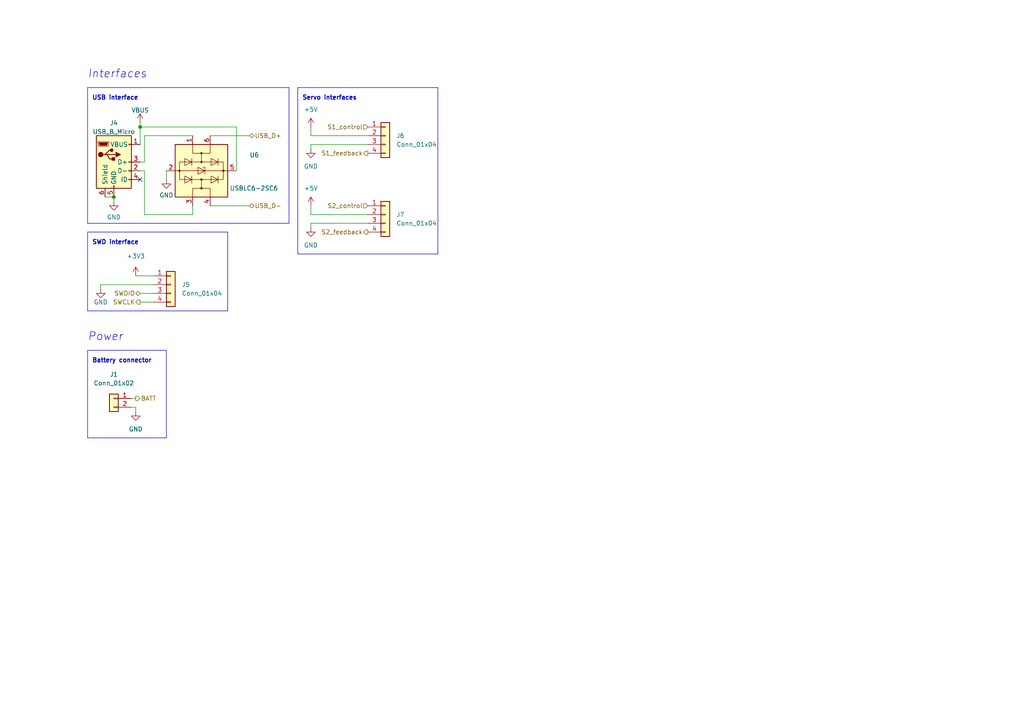
<source format=kicad_sch>
(kicad_sch (version 20230121) (generator eeschema)
  (paper "A4")
  (lib_symbols
    (symbol "Connector:USB_B_Micro" (pin_names (offset 1.016))
      (property "Reference" "J" (at -5.08 11.43 0))
      (property "Value" "USB_B_Micro" (at -5.08 8.89 0))
      (symbol "USB_B_Micro_0_1"
        (rectangle (start -5.08 -7.62) (end 5.08 7.62) (stroke (width 0.254)) (fill (type background)))
        (circle (center -3.81 2.159) (radius 0.635) (stroke (width 0.254)) (fill (type outline)))
        (circle (center -0.635 3.429) (radius 0.381) (stroke (width 0.254)) (fill (type outline)))
        (rectangle (start -0.127 -7.62) (end 0.127 -6.858))
        (polyline (pts (xy -1.905 2.159) (xy 0.635 2.159)) (stroke (width 0.254)))
        (polyline (pts (xy -3.175 2.159) (xy -2.54 2.159) (xy -1.27 3.429) (xy -0.635 3.429)) (stroke (width 0.254)))
        (polyline (pts (xy -2.54 2.159) (xy -1.905 2.159) (xy -1.27 0.889) (xy 0 0.889)) (stroke (width 0.254)))
        (polyline (pts (xy 0.635 2.794) (xy 0.635 1.524) (xy 1.905 2.159) (xy 0.635 2.794)) (stroke (width 0.254)) (fill (type outline)))
        (polyline (pts (xy -4.318 5.588) (xy -1.778 5.588) (xy -2.032 4.826) (xy -4.064 4.826) (xy -4.318 5.588)) (fill (type outline)))
        (polyline (pts (xy -4.699 5.842) (xy -4.699 5.588) (xy -4.445 4.826) (xy -4.445 4.572) (xy -1.651 4.572) (xy -1.651 4.826) (xy -1.397 5.588) (xy -1.397 5.842) (xy -4.699 5.842)))
        (rectangle (start 0.254 1.27) (end -0.508 0.508) (stroke (width 0.254)) (fill (type outline)))
        (rectangle (start 5.08 -5.207) (end 4.318 -4.953))
        (rectangle (start 5.08 -2.667) (end 4.318 -2.413))
        (rectangle (start 5.08 -0.127) (end 4.318 0.127))
        (rectangle (start 5.08 4.953) (end 4.318 5.207))
      )
      (symbol "USB_B_Micro_1_1"
        (pin power_out line (at 7.62 5.08 180) (length 2.54) (name "VBUS") (number "1"))
        (pin bidirectional line (at 7.62 -2.54 180) (length 2.54) (name "D-") (number "2"))
        (pin bidirectional line (at 7.62 0 180) (length 2.54) (name "D+") (number "3"))
        (pin passive line (at 7.62 -5.08 180) (length 2.54) (name "ID") (number "4"))
        (pin power_out line (at 0 -10.16 90) (length 2.54) (name "GND") (number "5"))
        (pin passive line (at -2.54 -10.16 90) (length 2.54) (name "Shield") (number "6"))
      )
    )
    (symbol "Connector_Generic:Conn_01x02" (pin_names (offset 1.016) hide)
      (property "Reference" "J" (at 0 2.54 0))
      (property "Value" "Conn_01x02" (at 0 -5.08 0))
      (symbol "Conn_01x02_1_1"
        (rectangle (start -1.27 -2.413) (end 0 -2.667) (stroke (width 0.1524)))
        (rectangle (start -1.27 0.127) (end 0 -0.127) (stroke (width 0.1524)))
        (rectangle (start -1.27 1.27) (end 1.27 -3.81) (stroke (width 0.254)) (fill (type background)))
        (pin passive line (at -5.08 0 0) (length 3.81) (name "Pin_1") (number "1"))
        (pin passive line (at -5.08 -2.54 0) (length 3.81) (name "Pin_2") (number "2"))
      )
    )
    (symbol "Connector_Generic:Conn_01x04" (pin_names (offset 1.016) hide)
      (property "Reference" "J" (at 0 5.08 0))
      (property "Value" "Conn_01x04" (at 0 -7.62 0))
      (symbol "Conn_01x04_1_1"
        (rectangle (start -1.27 -4.953) (end 0 -5.207) (stroke (width 0.1524)))
        (rectangle (start -1.27 -2.413) (end 0 -2.667) (stroke (width 0.1524)))
        (rectangle (start -1.27 0.127) (end 0 -0.127) (stroke (width 0.1524)))
        (rectangle (start -1.27 2.667) (end 0 2.413) (stroke (width 0.1524)))
        (rectangle (start -1.27 3.81) (end 1.27 -6.35) (stroke (width 0.254)) (fill (type background)))
        (pin passive line (at -5.08 2.54 0) (length 3.81) (name "Pin_1") (number "1"))
        (pin passive line (at -5.08 0 0) (length 3.81) (name "Pin_2") (number "2"))
        (pin passive line (at -5.08 -2.54 0) (length 3.81) (name "Pin_3") (number "3"))
        (pin passive line (at -5.08 -5.08 0) (length 3.81) (name "Pin_4") (number "4"))
      )
    )
    (symbol "Power_Protection:USBLC6-2SC6" (pin_names hide)
      (property "Reference" "U" (at 2.54 8.89 0))
      (property "Value" "USBLC6-2SC6" (at 2.54 -8.89 0))
      (symbol "USBLC6-2SC6_0_1"
        (rectangle (start -7.62 -7.62) (end 7.62 7.62) (stroke (width 0.254)) (fill (type background)))
        (circle (center -5.08 0) (radius 0.254) (fill (type outline)))
        (circle (center -2.54 0) (radius 0.254) (fill (type outline)))
        (rectangle (start -2.54 6.35) (end 2.54 -6.35))
        (circle (center 0 -6.35) (radius 0.254) (fill (type outline)))
        (polyline (pts (xy -5.08 -2.54) (xy -7.62 -2.54)))
        (polyline (pts (xy -5.08 0) (xy -5.08 -2.54)))
        (polyline (pts (xy -5.08 2.54) (xy -7.62 2.54)))
        (polyline (pts (xy -1.524 -2.794) (xy -3.556 -2.794)))
        (polyline (pts (xy -1.524 4.826) (xy -3.556 4.826)))
        (polyline (pts (xy 0 -7.62) (xy 0 -6.35)))
        (polyline (pts (xy 0 -6.35) (xy 0 1.27)))
        (polyline (pts (xy 0 1.27) (xy 0 6.35)))
        (polyline (pts (xy 0 6.35) (xy 0 7.62)))
        (polyline (pts (xy 1.524 -2.794) (xy 3.556 -2.794)))
        (polyline (pts (xy 1.524 4.826) (xy 3.556 4.826)))
        (polyline (pts (xy 5.08 -2.54) (xy 7.62 -2.54)))
        (polyline (pts (xy 5.08 0) (xy 5.08 -2.54)))
        (polyline (pts (xy 5.08 2.54) (xy 7.62 2.54)))
        (polyline (pts (xy -2.54 0) (xy -5.08 0) (xy -5.08 2.54)))
        (polyline (pts (xy 2.54 0) (xy 5.08 0) (xy 5.08 2.54)))
        (polyline (pts (xy -3.556 -4.826) (xy -1.524 -4.826) (xy -2.54 -2.794) (xy -3.556 -4.826)))
        (polyline (pts (xy -3.556 2.794) (xy -1.524 2.794) (xy -2.54 4.826) (xy -3.556 2.794)))
        (polyline (pts (xy -1.016 -1.016) (xy 1.016 -1.016) (xy 0 1.016) (xy -1.016 -1.016)))
        (polyline (pts (xy 1.016 1.016) (xy 0.762 1.016) (xy -1.016 1.016) (xy -1.016 0.508)))
        (polyline (pts (xy 3.556 -4.826) (xy 1.524 -4.826) (xy 2.54 -2.794) (xy 3.556 -4.826)))
        (polyline (pts (xy 3.556 2.794) (xy 1.524 2.794) (xy 2.54 4.826) (xy 3.556 2.794)))
        (circle (center 0 6.35) (radius 0.254) (fill (type outline)))
        (circle (center 2.54 0) (radius 0.254) (fill (type outline)))
        (circle (center 5.08 0) (radius 0.254) (fill (type outline)))
      )
      (symbol "USBLC6-2SC6_1_1"
        (pin passive line (at -10.16 -2.54 0) (length 2.54) (name "I/O1") (number "1"))
        (pin passive line (at 0 -10.16 90) (length 2.54) (name "GND") (number "2"))
        (pin passive line (at 10.16 -2.54 180) (length 2.54) (name "I/O2") (number "3"))
        (pin passive line (at 10.16 2.54 180) (length 2.54) (name "I/O2") (number "4"))
        (pin passive line (at 0 10.16 270) (length 2.54) (name "VBUS") (number "5"))
        (pin passive line (at -10.16 2.54 0) (length 2.54) (name "I/O1") (number "6"))
      )
    )
    (symbol "power:+3.3V" (power) (pin_names (offset 0))
      (property "Value" "+3.3V" (at 0 3.556 0))
      (symbol "+3.3V_0_1"
        (polyline (pts (xy -0.762 1.27) (xy 0 2.54)))
        (polyline (pts (xy 0 0) (xy 0 2.54)))
        (polyline (pts (xy 0 2.54) (xy 0.762 1.27)))
      )
      (symbol "+3.3V_1_1"
        (pin power_in line (at 0 0 90) (length 0) hide (name "+3V3") (number "1"))
      )
    )
    (symbol "power:+5V" (power) (pin_names (offset 0))
      (property "Value" "+5V" (at 0 3.556 0))
      (symbol "+5V_0_1"
        (polyline (pts (xy -0.762 1.27) (xy 0 2.54)))
        (polyline (pts (xy 0 0) (xy 0 2.54)))
        (polyline (pts (xy 0 2.54) (xy 0.762 1.27)))
      )
      (symbol "+5V_1_1"
        (pin power_in line (at 0 0 90) (length 0) hide (name "+5V") (number "1"))
      )
    )
    (symbol "power:GND" (power) (pin_names (offset 0))
      (property "Value" "GND" (at 0 -3.81 0))
      (symbol "GND_0_1"
        (polyline (pts (xy 0 0) (xy 0 -1.27) (xy 1.27 -1.27) (xy 0 -2.54) (xy -1.27 -1.27) (xy 0 -1.27)))
      )
      (symbol "GND_1_1"
        (pin power_in line (at 0 0 270) (length 0) hide (name "GND") (number "1"))
      )
    )
    (symbol "power:VBUS" (power) (pin_names (offset 0))
      (property "Value" "VBUS" (at 0 3.81 0))
      (symbol "VBUS_0_1"
        (polyline (pts (xy -0.762 1.27) (xy 0 2.54)))
        (polyline (pts (xy 0 0) (xy 0 2.54)))
        (polyline (pts (xy 0 2.54) (xy 0.762 1.27)))
      )
      (symbol "VBUS_1_1"
        (pin power_in line (at 0 0 90) (length 0) hide (name "VBUS") (number "1"))
      )
    )
  )
  (junction (at 33.02 57.15))
  (junction (at 40.64 36.83))
  (no_connect (at 40.64 52.07))
  (polyline (pts (xy 86.36 25.4) (xy 127 25.4)))
  (wire (pts (xy 29.21 82.55) (xy 44.45 82.55)))
  (wire (pts (xy 40.64 49.53) (xy 41.91 49.53)))
  (wire (pts (xy 40.64 35.56) (xy 40.64 36.83)))
  (wire (pts (xy 106.68 62.23) (xy 90.17 62.23)))
  (wire (pts (xy 68.58 36.83) (xy 68.58 49.53)))
  (wire (pts (xy 106.68 41.91) (xy 90.17 41.91)))
  (polyline (pts (xy 83.82 25.4) (xy 83.82 64.77)))
  (wire (pts (xy 41.91 62.23) (xy 55.88 62.23)))
  (wire (pts (xy 41.91 49.53) (xy 41.91 62.23)))
  (wire (pts (xy 40.64 87.63) (xy 44.45 87.63)))
  (wire (pts (xy 39.37 80.01) (xy 44.45 80.01)))
  (wire (pts (xy 60.96 39.37) (xy 72.39 39.37)))
  (polyline (pts (xy 83.82 64.77) (xy 25.4 64.77)))
  (wire (pts (xy 41.91 46.99) (xy 41.91 39.37)))
  (wire (pts (xy 90.17 39.37) (xy 90.17 36.83)))
  (wire (pts (xy 68.58 36.83) (xy 40.64 36.83)))
  (wire (pts (xy 90.17 64.77) (xy 90.17 66.04)))
  (wire (pts (xy 55.88 62.23) (xy 55.88 59.69)))
  (wire (pts (xy 38.1 118.11) (xy 39.37 118.11)))
  (polyline (pts (xy 25.4 67.31) (xy 25.4 90.17)))
  (polyline (pts (xy 66.04 67.31) (xy 66.04 90.17)))
  (polyline (pts (xy 25.4 67.31) (xy 66.04 67.31)))
  (polyline (pts (xy 86.36 25.4) (xy 86.36 73.66)))
  (wire (pts (xy 40.64 85.09) (xy 44.45 85.09)))
  (wire (pts (xy 90.17 41.91) (xy 90.17 43.18)))
  (wire (pts (xy 60.96 59.69) (xy 72.39 59.69)))
  (wire (pts (xy 106.68 64.77) (xy 90.17 64.77)))
  (wire (pts (xy 40.64 46.99) (xy 41.91 46.99)))
  (wire (pts (xy 90.17 62.23) (xy 90.17 59.69)))
  (wire (pts (xy 29.21 82.55) (xy 29.21 83.82)))
  (wire (pts (xy 106.68 39.37) (xy 90.17 39.37)))
  (polyline (pts (xy 25.4 25.4) (xy 83.82 25.4)))
  (polyline (pts (xy 25.4 25.4) (xy 25.4 64.77)))
  (polyline (pts (xy 86.36 73.66) (xy 127 73.66)))
  (wire (pts (xy 39.37 118.11) (xy 39.37 119.38)))
  (wire (pts (xy 41.91 39.37) (xy 55.88 39.37)))
  (wire (pts (xy 38.1 115.57) (xy 39.37 115.57)))
  (wire (pts (xy 33.02 58.42) (xy 33.02 57.15)))
  (wire (pts (xy 40.64 36.83) (xy 40.64 41.91)))
  (wire (pts (xy 30.48 57.15) (xy 33.02 57.15)))
  (polyline (pts (xy 66.04 90.17) (xy 25.4 90.17)))
  (polyline (pts (xy 127 73.66) (xy 127 25.4)))
  (wire (pts (xy 48.26 49.53) (xy 48.26 52.07)))
  (rectangle (start 25.4 101.6) (end 48.26 127))
  (text "Battery connector" (at 26.67 105.41 0) (effects (font (size 1.27 1.27) (thickness 0.254) bold) (justify left bottom)))
  (text "Interfaces" (at 25.4 22.86 0) (effects (font (size 2.3 2.3) italic) (justify left bottom)))
  (text "SWD interface" (at 26.67 71.12 0) (effects (font (size 1.27 1.27) (thickness 0.254) bold) (justify left bottom)))
  (text "Servo interfaces\n" (at 87.63 29.21 0) (effects (font (size 1.27 1.27) (thickness 0.254) bold) (justify left bottom)))
  (text "USB interface" (at 26.67 29.21 0) (effects (font (size 1.27 1.27) (thickness 0.254) bold) (justify left bottom)))
  (text "Power" (at 25.4 99.06 0) (effects (font (size 2.3 2.3) italic) (justify left bottom)))
  (hierarchical_label "S1_feedback" (shape output) (at 106.68 44.45 180))
  (hierarchical_label "S2_control" (shape input) (at 106.68 59.69 180))
  (hierarchical_label "BATT" (shape output) (at 39.37 115.57 0))
  (hierarchical_label "SWDIO" (shape bidirectional) (at 40.64 85.09 180))
  (hierarchical_label "USB_D-" (shape bidirectional) (at 72.39 59.69 0))
  (hierarchical_label "S2_feedback" (shape output) (at 106.68 67.31 180))
  (hierarchical_label "SWCLK" (shape output) (at 40.64 87.63 180))
  (hierarchical_label "S1_control" (shape input) (at 106.68 36.83 180))
  (hierarchical_label "USB_D+" (shape bidirectional) (at 72.39 39.37 0))
  (symbol (lib_id "power:+5V") (at 90.17 59.69 0) (unit 1)
    (property "Reference" "#PWR050" (effects hide))
    (property "Value" "+5V" (at 90.17 54.61 0))
    (instances (project "neptune" (path "" (reference "#PWR050") (unit 1)) (path "" (reference "#PWR073") (unit 1))))
  )
  (symbol (lib_id "power:GND") (at 39.37 119.38 0) (unit 1)
    (property "Reference" "#PWR07" (effects hide))
    (property "Value" "GND" (at 39.37 124.46 0))
  )
  (symbol (lib_id "Connector_Generic:Conn_01x04") (at 111.76 62.23 0) (unit 1)
    (property "Reference" "J7" (at 114.935 62.2299 0) (effects (justify left)))
    (property "Value" "Conn_01x04" (at 114.935 64.7699 0) (effects (justify left)))
    (property "Footprint" "Connector_JST:JST_GH_SM04B-GHS-TB_1x04-1MP_P1.25mm_Horizontal" (effects hide))
  )
  (symbol (lib_id "power:+5V") (at 90.17 36.83 0) (unit 1)
    (property "Reference" "#PWR048" (effects hide))
    (property "Value" "+5V" (at 90.17 31.75 0))
    (instances (project "neptune" (path "" (reference "#PWR048") (unit 1)) (path "" (reference "#PWR071") (unit 1))))
  )
  (symbol (lib_id "power:VBUS") (at 40.64 35.56 0) (unit 1)
    (property "Reference" "#PWR043" (effects hide))
    (property "Value" "VBUS" (at 40.64 31.9842 0))
    (instances (project "neptune" (path "" (reference "#PWR043") (unit 1)) (path "" (reference "#PWR069") (unit 1))))
  )
  (symbol (lib_id "power:GND") (at 29.21 83.82 0) (unit 1)
    (property "Reference" "#PWR039" (effects hide))
    (property "Value" "GND" (at 29.21 87.63 0))
    (instances (project "neptune" (path "" (reference "#PWR039") (unit 1)) (path "" (reference "#PWR035") (unit 1))))
  )
  (symbol (lib_id "Power_Protection:USBLC6-2SC6") (at 58.42 49.53 270) (unit 1)
    (property "Reference" "U6" (at 73.7757 44.9411 90))
    (property "Value" "USBLC6-2SC6" (at 73.66 54.61 90))
    (property "Footprint" "Package_TO_SOT_SMD:SOT-23-6" (effects hide))
    (property "Datasheet" "https://www.st.com/resource/en/datasheet/usblc6-2.pdf" (effects hide))
    (property "LCSC" "C2827654" (effects hide))
    (instances (project "neptune" (path "" (reference "U6") (unit 1)) (path "" (reference "U8") (unit 1))))
  )
  (symbol (lib_id "Connector_Generic:Conn_01x04") (at 49.53 82.55 0) (unit 1)
    (property "Reference" "J5" (at 52.705 82.5499 0) (effects (justify left)))
    (property "Value" "Conn_01x04" (at 52.705 85.0899 0) (effects (justify left)))
    (property "Footprint" "Connector_JST:JST_EH_B4B-EH-A_1x04_P2.50mm_Vertical" (effects hide))
  )
  (symbol (lib_id "power:+3.3V") (at 39.37 80.01 0) (unit 1)
    (property "Reference" "#PWR041" (effects hide))
    (property "Value" "+3.3V" (at 39.37 74.295 0))
    (instances (project "neptune" (path "" (reference "#PWR041") (unit 1)) (path "" (reference "#PWR068") (unit 1))))
  )
  (symbol (lib_id "power:GND") (at 90.17 66.04 0) (unit 1)
    (property "Reference" "#PWR051" (effects hide))
    (property "Value" "GND" (at 90.17 71.12 0))
    (instances (project "neptune" (path "" (reference "#PWR051") (unit 1)) (path "" (reference "#PWR074") (unit 1))))
  )
  (symbol (lib_id "power:GND") (at 33.02 58.42 0) (unit 1)
    (property "Reference" "#PWR040" (effects hide))
    (property "Value" "GND" (at 33.02 62.9826 0))
    (instances (project "neptune" (path "" (reference "#PWR040") (unit 1)) (path "" (reference "#PWR067") (unit 1))))
  )
  (symbol (lib_id "Connector:USB_B_Micro") (at 33.02 46.99 0) (unit 1)
    (property "Reference" "J4" (at 33.02 35.6702 0))
    (property "Value" "USB_B_Micro" (at 33.02 38.2071 0))
    (property "Footprint" "Connector_USB:USB_Micro-B_Molex-105017-0001" (effects hide))
    (instances (project "neptune" (path "" (reference "J4") (unit 1)) (path "" (reference "J3") (unit 1))))
  )
  (symbol (lib_id "power:GND") (at 48.26 52.07 0) (unit 1)
    (property "Reference" "#PWR045" (effects hide))
    (property "Value" "GND" (at 48.26 56.6326 0))
    (instances (project "neptune" (path "" (reference "#PWR045") (unit 1)) (path "" (reference "#PWR070") (unit 1))))
  )
  (symbol (lib_id "Connector_Generic:Conn_01x04") (at 111.76 39.37 0) (unit 1)
    (property "Reference" "J6" (at 114.935 39.3699 0) (effects (justify left)))
    (property "Value" "Conn_01x04" (at 114.935 41.9099 0) (effects (justify left)))
    (property "Footprint" "Connector_JST:JST_GH_SM04B-GHS-TB_1x04-1MP_P1.25mm_Horizontal" (effects hide))
  )
  (symbol (lib_id "Connector_Generic:Conn_01x02") (at 33.02 115.57 0) (mirror y) (unit 1)
    (property "Reference" "J1" (at 33.02 108.585 0))
    (property "Value" "Conn_01x02" (at 33.02 111.125 0))
    (property "Footprint" "local-library:XT30PWM" (effects hide))
    (instances (project "neptune" (path "" (reference "J1") (unit 1)) (path "" (reference "J4") (unit 1))))
  )
  (symbol (lib_id "power:GND") (at 90.17 43.18 0) (unit 1)
    (property "Reference" "#PWR049" (effects hide))
    (property "Value" "GND" (at 90.17 48.26 0))
    (instances (project "neptune" (path "" (reference "#PWR049") (unit 1)) (path "" (reference "#PWR072") (unit 1))))
  )
)
</source>
